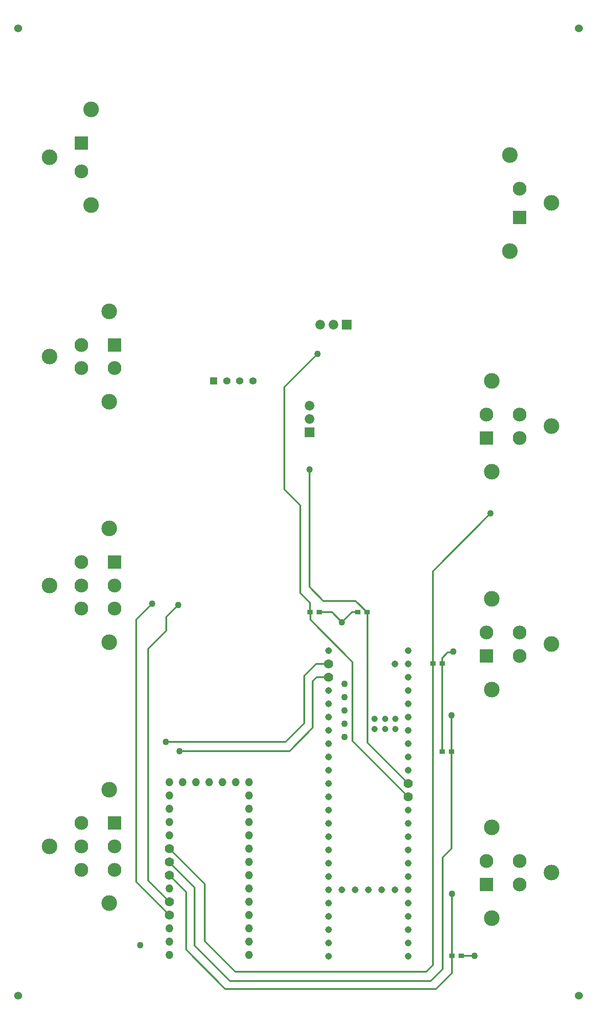
<source format=gbr>
%TF.GenerationSoftware,Altium Limited,Altium Designer,25.1.2 (22)*%
G04 Layer_Physical_Order=1*
G04 Layer_Color=255*
%FSLAX45Y45*%
%MOMM*%
%TF.SameCoordinates,D79B5AB3-224C-49F1-A2DF-0649ED42BF64*%
%TF.FilePolarity,Positive*%
%TF.FileFunction,Copper,L1,Top,Signal*%
%TF.Part,Single*%
G01*
G75*
%TA.AperFunction,SMDPad,CuDef*%
%ADD10R,1.00000X0.90000*%
%TA.AperFunction,Conductor*%
%ADD11C,0.30480*%
%TA.AperFunction,ViaPad*%
%ADD12C,1.52400*%
%TA.AperFunction,ComponentPad*%
%ADD13R,1.40000X1.40000*%
%ADD14C,1.40000*%
%ADD15R,1.85000X1.85000*%
%ADD16C,1.85000*%
%ADD17C,2.99000*%
%ADD18C,2.64000*%
%ADD19R,2.64000X2.64000*%
%ADD20O,1.53000X1.52999*%
%ADD21C,1.77800*%
%ADD22C,1.30800*%
%ADD23C,1.25800*%
%ADD24C,1.20800*%
%ADD25R,1.85000X1.85000*%
%TA.AperFunction,ViaPad*%
%ADD26C,1.27000*%
D10*
X11658600Y3429000D02*
D03*
X11478601D02*
D03*
X11289201Y7327900D02*
D03*
X11469200D02*
D03*
X8941900Y9994900D02*
D03*
X8761901D02*
D03*
X9675201D02*
D03*
X9855200D02*
D03*
X11111400Y9017000D02*
D03*
X11291399D02*
D03*
D11*
X5998449Y7518400D02*
X8293100D01*
X6261100Y7340600D02*
X8369300Y7340600D01*
X8293100Y7518400D02*
X8648700Y7874000D01*
X8369300Y7340600D02*
X8813800Y7785100D01*
X8877300Y9004300D02*
X9118600D01*
X8648700Y8775700D02*
X8877300Y9004300D01*
X8648700Y7874000D02*
Y8775700D01*
X8813800Y7785100D02*
Y8674100D01*
X8890000Y8750300D01*
X9118600D01*
X6007100Y9639300D02*
Y9906000D01*
X6235700Y10134600D01*
X5435600Y9855200D02*
X5740400Y10160000D01*
X5435600Y4838700D02*
Y9855200D01*
X5664200Y4864100D02*
Y9296400D01*
X6007100Y9639300D01*
X5435600Y4838700D02*
X6070600Y4203700D01*
X5664200Y4864100D02*
X6070600Y4457700D01*
X11112500Y3251200D02*
Y9015900D01*
X7327900Y3124200D02*
X10985500D01*
X11112500Y3251200D01*
X11468100Y7329000D02*
Y8026400D01*
Y7329000D02*
X11469200Y7327900D01*
Y5474800D02*
Y7327900D01*
X11303000Y5308600D02*
X11469200Y5474800D01*
X11289201Y7327900D02*
X11291399Y7330099D01*
Y9017000D02*
Y9119699D01*
Y7330099D02*
Y9017000D01*
X11487732Y9227132D02*
X11506200Y9245600D01*
X11398832Y9227132D02*
X11487732D01*
X11291399Y9119699D02*
X11398832Y9227132D01*
X11111400Y9017000D02*
Y10781200D01*
Y9017000D02*
X11112500Y9015900D01*
X6743700Y3708400D02*
X7327900Y3124200D01*
X6743700Y3708400D02*
Y4800600D01*
X6070600Y5473700D02*
X6743700Y4800600D01*
X7226300Y2946400D02*
X11074400D01*
X11303000Y3175000D02*
Y5308600D01*
X11074400Y2946400D02*
X11303000Y3175000D01*
X6553200Y3619500D02*
Y4732057D01*
Y3619500D02*
X7226300Y2946400D01*
X6070600Y5214657D02*
Y5219700D01*
Y5214657D02*
X6553200Y4732057D01*
X6070600Y4965700D02*
X6388100Y4648200D01*
Y3543300D02*
X7137400Y2794000D01*
X6388100Y3543300D02*
Y4648200D01*
X11478601Y3096601D02*
Y3429000D01*
X7137400Y2794000D02*
X11176000D01*
X11478601Y3096601D01*
X11658600Y3429000D02*
X11912600D01*
X11480800Y3431199D02*
Y4610100D01*
X11478601Y3429000D02*
X11480800Y3431199D01*
X11111400Y10781200D02*
X12217400Y11887200D01*
X11289201Y7327900D02*
X11290301Y7329000D01*
X8750300Y10477500D02*
X9017000Y10210800D01*
X8750300Y10477500D02*
Y12725400D01*
X8267700Y14300200D02*
X8902700Y14935201D01*
X8267700Y12344400D02*
X8572500Y12039600D01*
X8267700Y12344400D02*
Y14300200D01*
X8572500Y10363200D02*
Y12039600D01*
Y10363200D02*
X8761901Y10173800D01*
Y9994900D02*
Y10173800D01*
X9017000Y10210800D02*
X9634300D01*
X9850200Y9994900D01*
X9563100D02*
X9675201D01*
X9372600Y9804400D02*
X9563100Y9994900D01*
X9182100D02*
X9372600Y9804400D01*
X8941900Y9994900D02*
X9182100D01*
X9860200Y7500700D02*
Y9994900D01*
Y7500700D02*
X10642600Y6718300D01*
X9850200Y9994900D02*
X9855200D01*
X9575800Y7531100D02*
X10642600Y6464300D01*
X8766901Y9851299D02*
X9575800Y9042400D01*
Y7531100D02*
Y9042400D01*
X8761901Y9994900D02*
X8766901Y9989900D01*
Y9851299D02*
Y9989900D01*
D12*
X3175000Y2667000D02*
D03*
X13906500D02*
D03*
Y21158200D02*
D03*
X3175000D02*
D03*
D13*
X6916800Y14414500D02*
D03*
D14*
X7166800D02*
D03*
X7416800D02*
D03*
X7666800D02*
D03*
D15*
X9461500Y15494000D02*
D03*
D16*
X9207500D02*
D03*
X8953500D02*
D03*
X8757300Y13690601D02*
D03*
Y13944600D02*
D03*
D17*
X13385800Y5016500D02*
D03*
X12242800Y4151500D02*
D03*
Y5881500D02*
D03*
X13385800Y9385300D02*
D03*
X12242800Y8520300D02*
D03*
Y10250300D02*
D03*
X13385800Y13550900D02*
D03*
X12242800Y12685900D02*
D03*
Y14415900D02*
D03*
X3771900Y10510400D02*
D03*
X4914900Y11597400D02*
D03*
Y9423400D02*
D03*
X3771900Y18694400D02*
D03*
X4571900Y19609900D02*
D03*
Y17778900D02*
D03*
X13385800Y17818100D02*
D03*
X12585800Y16902600D02*
D03*
Y18733600D02*
D03*
X3771900Y14884399D02*
D03*
X4914900Y15749400D02*
D03*
Y14019400D02*
D03*
Y4432300D02*
D03*
Y6606300D02*
D03*
X3771900Y5519300D02*
D03*
D18*
X12775800Y4794000D02*
D03*
Y5239000D02*
D03*
X12140800D02*
D03*
X12775800Y9162800D02*
D03*
Y9607800D02*
D03*
X12140800D02*
D03*
X12775800Y13328400D02*
D03*
Y13773399D02*
D03*
X12140800D02*
D03*
X4381900Y10955400D02*
D03*
Y10065400D02*
D03*
X5016900Y10510400D02*
D03*
Y10065400D02*
D03*
X4381900Y10510400D02*
D03*
Y18421400D02*
D03*
X12775800Y18091100D02*
D03*
X4381900Y15106900D02*
D03*
Y14661900D02*
D03*
X5016900D02*
D03*
X4381900Y5519300D02*
D03*
X5016900Y5074300D02*
D03*
Y5519300D02*
D03*
X4381900Y5074300D02*
D03*
Y5964300D02*
D03*
D19*
X12140800Y4794000D02*
D03*
Y9162800D02*
D03*
Y13328400D02*
D03*
X5016900Y10955400D02*
D03*
X4381900Y18967400D02*
D03*
X12775800Y17545100D02*
D03*
X5016900Y15106900D02*
D03*
Y5964300D02*
D03*
D20*
X7594600Y6743700D02*
D03*
Y6489700D02*
D03*
Y6235700D02*
D03*
Y5981700D02*
D03*
Y5727700D02*
D03*
Y5473700D02*
D03*
Y5219700D02*
D03*
Y4965700D02*
D03*
Y4711700D02*
D03*
Y4457700D02*
D03*
Y4203700D02*
D03*
Y3949700D02*
D03*
Y3695700D02*
D03*
Y3441700D02*
D03*
X6070600Y6743700D02*
D03*
Y6489700D02*
D03*
Y6235700D02*
D03*
Y5981700D02*
D03*
Y5727700D02*
D03*
Y4711700D02*
D03*
Y3949700D02*
D03*
Y3695700D02*
D03*
Y3441700D02*
D03*
X7340600Y6743700D02*
D03*
X7086600D02*
D03*
X6832600D02*
D03*
X6578600D02*
D03*
X6324600D02*
D03*
D21*
X6070600Y5473700D02*
D03*
Y5219700D02*
D03*
Y4965700D02*
D03*
Y4457700D02*
D03*
Y4203700D02*
D03*
X10642600Y6718300D02*
D03*
Y6464300D02*
D03*
X9118600Y8750300D02*
D03*
Y9004300D02*
D03*
D22*
X10642600Y5448300D02*
D03*
Y5194300D02*
D03*
Y4940300D02*
D03*
Y4686300D02*
D03*
Y4432300D02*
D03*
Y4178300D02*
D03*
Y3924300D02*
D03*
Y3670300D02*
D03*
Y3416300D02*
D03*
X9118600D02*
D03*
Y3670300D02*
D03*
Y3924300D02*
D03*
Y4178300D02*
D03*
Y4432300D02*
D03*
Y4686300D02*
D03*
Y4940300D02*
D03*
Y5194300D02*
D03*
Y5448300D02*
D03*
X10642600Y9258300D02*
D03*
Y9004300D02*
D03*
Y8750300D02*
D03*
Y8496300D02*
D03*
Y8242300D02*
D03*
Y7988300D02*
D03*
Y7734300D02*
D03*
Y7480300D02*
D03*
Y7226300D02*
D03*
Y6972300D02*
D03*
Y6210300D02*
D03*
Y5956300D02*
D03*
X9118600Y5702300D02*
D03*
Y5956300D02*
D03*
Y6210300D02*
D03*
Y6464300D02*
D03*
Y6718300D02*
D03*
Y6972300D02*
D03*
Y7226300D02*
D03*
Y7480300D02*
D03*
Y7734300D02*
D03*
Y7988300D02*
D03*
Y8242300D02*
D03*
Y8496300D02*
D03*
X10642600Y5702300D02*
D03*
X10134600Y4686300D02*
D03*
X10388600Y9004300D02*
D03*
Y4686300D02*
D03*
X9880600D02*
D03*
X9626600D02*
D03*
X9372600D02*
D03*
X9118600Y9258300D02*
D03*
D23*
X9423600Y7607300D02*
D03*
Y7861300D02*
D03*
Y8115300D02*
D03*
Y8369300D02*
D03*
Y8623300D02*
D03*
D24*
X9997600Y7961300D02*
D03*
X10197600D02*
D03*
X9997600Y7761300D02*
D03*
X10197600D02*
D03*
X10397600Y7961300D02*
D03*
Y7761300D02*
D03*
D25*
X8757300Y13436600D02*
D03*
D26*
X6261100Y7340600D02*
D03*
X5998449Y7518400D02*
D03*
X6235700Y10134600D02*
D03*
X5740400Y10160000D02*
D03*
X5511800Y3632200D02*
D03*
X11468100Y8026400D02*
D03*
X11506200Y9245600D02*
D03*
X11912600Y3429000D02*
D03*
X11480800Y4610100D02*
D03*
X12217400Y11887200D02*
D03*
X8750300Y12725400D02*
D03*
X8902700Y14935201D02*
D03*
X9372600Y9804400D02*
D03*
%TF.MD5,cbe4c2af3d8f38a29bc1ec88218f67cb*%
M02*

</source>
